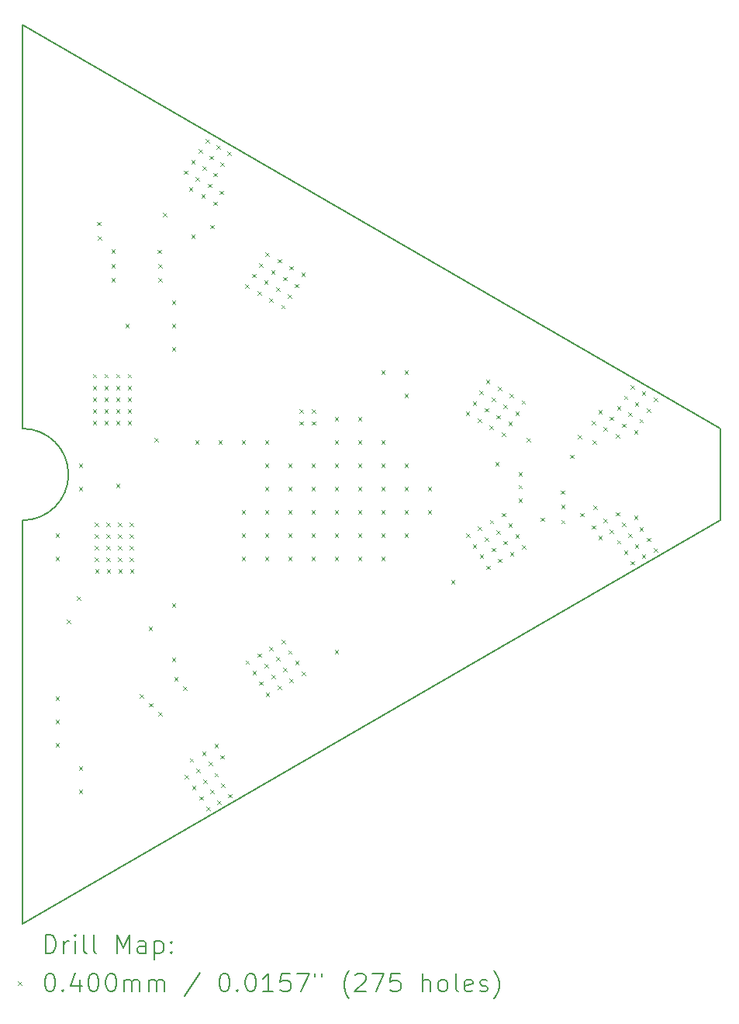
<source format=gbr>
%TF.GenerationSoftware,KiCad,Pcbnew,7.0.11+1*%
%TF.ProjectId,makerspace_sign,6d616b65-7273-4706-9163-655f7369676e,rev?*%
%TF.SameCoordinates,Original*%
%TF.FileFunction,Drillmap*%
%TF.FilePolarity,Positive*%
%FSLAX45Y45*%
G04 Gerber Fmt 4.5, Leading zero omitted, Abs format (unit mm)*
%MOMM*%
%LPD*%
G01*
G04 APERTURE LIST*
%ADD10C,0.200000*%
%ADD11C,0.100000*%
G04 APERTURE END LIST*
D10*
X6200000Y-4640000D02*
X6200000Y-9040000D01*
X6200000Y-10040000D02*
X6200000Y-14440000D01*
X6200000Y-10040000D02*
G75*
G03*
X6200000Y-9040000I0J500000D01*
G01*
X13821024Y-9040000D02*
X6200000Y-4640000D01*
X6200000Y-14440000D02*
X13821024Y-10040000D01*
X13821024Y-10040000D02*
X13821024Y-9040000D01*
D11*
X6559675Y-10184422D02*
X6599675Y-10224422D01*
X6599675Y-10184422D02*
X6559675Y-10224422D01*
X6559675Y-10438422D02*
X6599675Y-10478422D01*
X6599675Y-10438422D02*
X6559675Y-10478422D01*
X6559675Y-11962422D02*
X6599675Y-12002422D01*
X6599675Y-11962422D02*
X6559675Y-12002422D01*
X6559675Y-12216422D02*
X6599675Y-12256422D01*
X6599675Y-12216422D02*
X6559675Y-12256422D01*
X6559675Y-12470422D02*
X6599675Y-12510422D01*
X6599675Y-12470422D02*
X6559675Y-12510422D01*
X6685000Y-11125000D02*
X6725000Y-11165000D01*
X6725000Y-11125000D02*
X6685000Y-11165000D01*
X6795000Y-10870000D02*
X6835000Y-10910000D01*
X6835000Y-10870000D02*
X6795000Y-10910000D01*
X6813675Y-9422422D02*
X6853675Y-9462422D01*
X6853675Y-9422422D02*
X6813675Y-9462422D01*
X6813675Y-9676422D02*
X6853675Y-9716422D01*
X6853675Y-9676422D02*
X6813675Y-9716422D01*
X6813675Y-12724422D02*
X6853675Y-12764422D01*
X6853675Y-12724422D02*
X6813675Y-12764422D01*
X6813675Y-12978422D02*
X6853675Y-13018422D01*
X6853675Y-12978422D02*
X6813675Y-13018422D01*
X6966000Y-8444000D02*
X7006000Y-8484000D01*
X7006000Y-8444000D02*
X6966000Y-8484000D01*
X6966000Y-8573000D02*
X7006000Y-8613000D01*
X7006000Y-8573000D02*
X6966000Y-8613000D01*
X6966000Y-8700000D02*
X7006000Y-8740000D01*
X7006000Y-8700000D02*
X6966000Y-8740000D01*
X6966000Y-8827000D02*
X7006000Y-8867000D01*
X7006000Y-8827000D02*
X6966000Y-8867000D01*
X6966000Y-8954000D02*
X7006000Y-8994000D01*
X7006000Y-8954000D02*
X6966000Y-8994000D01*
X6989000Y-10063000D02*
X7029000Y-10103000D01*
X7029000Y-10063000D02*
X6989000Y-10103000D01*
X6989000Y-10190000D02*
X7029000Y-10230000D01*
X7029000Y-10190000D02*
X6989000Y-10230000D01*
X6989000Y-10317000D02*
X7029000Y-10357000D01*
X7029000Y-10317000D02*
X6989000Y-10357000D01*
X6989000Y-10444000D02*
X7029000Y-10484000D01*
X7029000Y-10444000D02*
X6989000Y-10484000D01*
X6990000Y-10574000D02*
X7030000Y-10614000D01*
X7030000Y-10574000D02*
X6990000Y-10614000D01*
X7015000Y-6785000D02*
X7055000Y-6825000D01*
X7055000Y-6785000D02*
X7015000Y-6825000D01*
X7020000Y-6940000D02*
X7060000Y-6980000D01*
X7060000Y-6940000D02*
X7020000Y-6980000D01*
X7093000Y-8444000D02*
X7133000Y-8484000D01*
X7133000Y-8444000D02*
X7093000Y-8484000D01*
X7093000Y-8573000D02*
X7133000Y-8613000D01*
X7133000Y-8573000D02*
X7093000Y-8613000D01*
X7093000Y-8700000D02*
X7133000Y-8740000D01*
X7133000Y-8700000D02*
X7093000Y-8740000D01*
X7093000Y-8827000D02*
X7133000Y-8867000D01*
X7133000Y-8827000D02*
X7093000Y-8867000D01*
X7093000Y-8954000D02*
X7133000Y-8994000D01*
X7133000Y-8954000D02*
X7093000Y-8994000D01*
X7116000Y-10063000D02*
X7156000Y-10103000D01*
X7156000Y-10063000D02*
X7116000Y-10103000D01*
X7116000Y-10190000D02*
X7156000Y-10230000D01*
X7156000Y-10190000D02*
X7116000Y-10230000D01*
X7116000Y-10317000D02*
X7156000Y-10357000D01*
X7156000Y-10317000D02*
X7116000Y-10357000D01*
X7116000Y-10444000D02*
X7156000Y-10484000D01*
X7156000Y-10444000D02*
X7116000Y-10484000D01*
X7117000Y-10574000D02*
X7157000Y-10614000D01*
X7157000Y-10574000D02*
X7117000Y-10614000D01*
X7167771Y-7087278D02*
X7207771Y-7127278D01*
X7207771Y-7087278D02*
X7167771Y-7127278D01*
X7167771Y-7243639D02*
X7207771Y-7283639D01*
X7207771Y-7243639D02*
X7167771Y-7283639D01*
X7167771Y-7400000D02*
X7207771Y-7440000D01*
X7207771Y-7400000D02*
X7167771Y-7440000D01*
X7220000Y-8444000D02*
X7260000Y-8484000D01*
X7260000Y-8444000D02*
X7220000Y-8484000D01*
X7220000Y-8573000D02*
X7260000Y-8613000D01*
X7260000Y-8573000D02*
X7220000Y-8613000D01*
X7220000Y-8700000D02*
X7260000Y-8740000D01*
X7260000Y-8700000D02*
X7220000Y-8740000D01*
X7220000Y-8827000D02*
X7260000Y-8867000D01*
X7260000Y-8827000D02*
X7220000Y-8867000D01*
X7220000Y-8954000D02*
X7260000Y-8994000D01*
X7260000Y-8954000D02*
X7220000Y-8994000D01*
X7220000Y-9640000D02*
X7260000Y-9680000D01*
X7260000Y-9640000D02*
X7220000Y-9680000D01*
X7243000Y-10063000D02*
X7283000Y-10103000D01*
X7283000Y-10063000D02*
X7243000Y-10103000D01*
X7243000Y-10190000D02*
X7283000Y-10230000D01*
X7283000Y-10190000D02*
X7243000Y-10230000D01*
X7243000Y-10317000D02*
X7283000Y-10357000D01*
X7283000Y-10317000D02*
X7243000Y-10357000D01*
X7243000Y-10444000D02*
X7283000Y-10484000D01*
X7283000Y-10444000D02*
X7243000Y-10484000D01*
X7244000Y-10574000D02*
X7284000Y-10614000D01*
X7284000Y-10574000D02*
X7244000Y-10614000D01*
X7321675Y-7898422D02*
X7361675Y-7938422D01*
X7361675Y-7898422D02*
X7321675Y-7938422D01*
X7347000Y-8444000D02*
X7387000Y-8484000D01*
X7387000Y-8444000D02*
X7347000Y-8484000D01*
X7347000Y-8573000D02*
X7387000Y-8613000D01*
X7387000Y-8573000D02*
X7347000Y-8613000D01*
X7347000Y-8700000D02*
X7387000Y-8740000D01*
X7387000Y-8700000D02*
X7347000Y-8740000D01*
X7347000Y-8827000D02*
X7387000Y-8867000D01*
X7387000Y-8827000D02*
X7347000Y-8867000D01*
X7347000Y-8954000D02*
X7387000Y-8994000D01*
X7387000Y-8954000D02*
X7347000Y-8994000D01*
X7370000Y-10063000D02*
X7410000Y-10103000D01*
X7410000Y-10063000D02*
X7370000Y-10103000D01*
X7370000Y-10190000D02*
X7410000Y-10230000D01*
X7410000Y-10190000D02*
X7370000Y-10230000D01*
X7370000Y-10317000D02*
X7410000Y-10357000D01*
X7410000Y-10317000D02*
X7370000Y-10357000D01*
X7370000Y-10444000D02*
X7410000Y-10484000D01*
X7410000Y-10444000D02*
X7370000Y-10484000D01*
X7371000Y-10574000D02*
X7411000Y-10614000D01*
X7411000Y-10574000D02*
X7371000Y-10614000D01*
X7475785Y-11937772D02*
X7515785Y-11977772D01*
X7515785Y-11937772D02*
X7475785Y-11977772D01*
X7575675Y-11200422D02*
X7615675Y-11240422D01*
X7615675Y-11200422D02*
X7575675Y-11240422D01*
X7577660Y-12033729D02*
X7617660Y-12073729D01*
X7617660Y-12033729D02*
X7577660Y-12073729D01*
X7640000Y-9140000D02*
X7680000Y-9180000D01*
X7680000Y-9140000D02*
X7640000Y-9180000D01*
X7675000Y-7090000D02*
X7715000Y-7130000D01*
X7715000Y-7090000D02*
X7675000Y-7130000D01*
X7680000Y-7245000D02*
X7720000Y-7285000D01*
X7720000Y-7245000D02*
X7680000Y-7285000D01*
X7680000Y-7400000D02*
X7720000Y-7440000D01*
X7720000Y-7400000D02*
X7680000Y-7440000D01*
X7680331Y-12128832D02*
X7720331Y-12168832D01*
X7720331Y-12128832D02*
X7680331Y-12168832D01*
X7730000Y-6690000D02*
X7770000Y-6730000D01*
X7770000Y-6690000D02*
X7730000Y-6730000D01*
X7829675Y-7644422D02*
X7869675Y-7684422D01*
X7869675Y-7644422D02*
X7829675Y-7684422D01*
X7829675Y-7898422D02*
X7869675Y-7938422D01*
X7869675Y-7898422D02*
X7829675Y-7938422D01*
X7829675Y-8152422D02*
X7869675Y-8192422D01*
X7869675Y-8152422D02*
X7829675Y-8192422D01*
X7829675Y-10946422D02*
X7869675Y-10986422D01*
X7869675Y-10946422D02*
X7829675Y-10986422D01*
X7830000Y-11540000D02*
X7870000Y-11580000D01*
X7870000Y-11540000D02*
X7830000Y-11580000D01*
X7855000Y-11750000D02*
X7895000Y-11790000D01*
X7895000Y-11750000D02*
X7855000Y-11790000D01*
X7955000Y-11850000D02*
X7995000Y-11890000D01*
X7995000Y-11850000D02*
X7955000Y-11890000D01*
X7960000Y-6225000D02*
X8000000Y-6265000D01*
X8000000Y-6225000D02*
X7960000Y-6265000D01*
X7970000Y-12820000D02*
X8010000Y-12860000D01*
X8010000Y-12820000D02*
X7970000Y-12860000D01*
X8015000Y-6410000D02*
X8055000Y-6450000D01*
X8055000Y-6410000D02*
X8015000Y-6450000D01*
X8025000Y-12635000D02*
X8065000Y-12675000D01*
X8065000Y-12635000D02*
X8025000Y-12675000D01*
X8040000Y-6110000D02*
X8080000Y-6150000D01*
X8080000Y-6110000D02*
X8040000Y-6150000D01*
X8040000Y-6925000D02*
X8080000Y-6965000D01*
X8080000Y-6925000D02*
X8040000Y-6965000D01*
X8050000Y-12935000D02*
X8090000Y-12975000D01*
X8090000Y-12935000D02*
X8050000Y-12975000D01*
X8083675Y-9168422D02*
X8123675Y-9208422D01*
X8123675Y-9168422D02*
X8083675Y-9208422D01*
X8085000Y-6295000D02*
X8125000Y-6335000D01*
X8125000Y-6295000D02*
X8085000Y-6335000D01*
X8095000Y-12750000D02*
X8135000Y-12790000D01*
X8135000Y-12750000D02*
X8095000Y-12790000D01*
X8120000Y-5995000D02*
X8160000Y-6035000D01*
X8160000Y-5995000D02*
X8120000Y-6035000D01*
X8130000Y-13050000D02*
X8170000Y-13090000D01*
X8170000Y-13050000D02*
X8130000Y-13090000D01*
X8150000Y-6485000D02*
X8190000Y-6525000D01*
X8190000Y-6485000D02*
X8150000Y-6525000D01*
X8160000Y-12560000D02*
X8200000Y-12600000D01*
X8200000Y-12560000D02*
X8160000Y-12600000D01*
X8165000Y-6180000D02*
X8205000Y-6220000D01*
X8205000Y-6180000D02*
X8165000Y-6220000D01*
X8175000Y-12865000D02*
X8215000Y-12905000D01*
X8215000Y-12865000D02*
X8175000Y-12905000D01*
X8195000Y-5880000D02*
X8235000Y-5920000D01*
X8235000Y-5880000D02*
X8195000Y-5920000D01*
X8205000Y-13165000D02*
X8245000Y-13205000D01*
X8245000Y-13165000D02*
X8205000Y-13205000D01*
X8220000Y-6370000D02*
X8260000Y-6410000D01*
X8260000Y-6370000D02*
X8220000Y-6410000D01*
X8230000Y-12675000D02*
X8270000Y-12715000D01*
X8270000Y-12675000D02*
X8230000Y-12715000D01*
X8240000Y-6065000D02*
X8280000Y-6105000D01*
X8280000Y-6065000D02*
X8240000Y-6105000D01*
X8247746Y-6817254D02*
X8287746Y-6857254D01*
X8287746Y-6817254D02*
X8247746Y-6857254D01*
X8250000Y-12980000D02*
X8290000Y-13020000D01*
X8290000Y-12980000D02*
X8250000Y-13020000D01*
X8285000Y-6250000D02*
X8325000Y-6290000D01*
X8325000Y-6250000D02*
X8285000Y-6290000D01*
X8285000Y-6565000D02*
X8325000Y-6605000D01*
X8325000Y-6565000D02*
X8285000Y-6605000D01*
X8295000Y-12480000D02*
X8335000Y-12520000D01*
X8335000Y-12480000D02*
X8295000Y-12520000D01*
X8295000Y-12795000D02*
X8335000Y-12835000D01*
X8335000Y-12795000D02*
X8295000Y-12835000D01*
X8315000Y-5950000D02*
X8355000Y-5990000D01*
X8355000Y-5950000D02*
X8315000Y-5990000D01*
X8325000Y-13095000D02*
X8365000Y-13135000D01*
X8365000Y-13095000D02*
X8325000Y-13135000D01*
X8337675Y-9168422D02*
X8377675Y-9208422D01*
X8377675Y-9168422D02*
X8337675Y-9208422D01*
X8350000Y-6445000D02*
X8390000Y-6485000D01*
X8390000Y-6445000D02*
X8350000Y-6485000D01*
X8360000Y-6135000D02*
X8400000Y-6175000D01*
X8400000Y-6135000D02*
X8360000Y-6175000D01*
X8360000Y-12600000D02*
X8400000Y-12640000D01*
X8400000Y-12600000D02*
X8360000Y-12640000D01*
X8370000Y-12910000D02*
X8410000Y-12950000D01*
X8410000Y-12910000D02*
X8370000Y-12950000D01*
X8435000Y-6020000D02*
X8475000Y-6060000D01*
X8475000Y-6020000D02*
X8435000Y-6060000D01*
X8445000Y-13025000D02*
X8485000Y-13065000D01*
X8485000Y-13025000D02*
X8445000Y-13065000D01*
X8591675Y-9168422D02*
X8631675Y-9208422D01*
X8631675Y-9168422D02*
X8591675Y-9208422D01*
X8591675Y-9930422D02*
X8631675Y-9970422D01*
X8631675Y-9930422D02*
X8591675Y-9970422D01*
X8591675Y-10184422D02*
X8631675Y-10224422D01*
X8631675Y-10184422D02*
X8591675Y-10224422D01*
X8591675Y-10438422D02*
X8631675Y-10478422D01*
X8631675Y-10438422D02*
X8591675Y-10478422D01*
X8632387Y-7466529D02*
X8672387Y-7506529D01*
X8672387Y-7466529D02*
X8632387Y-7506529D01*
X8634666Y-11567214D02*
X8674666Y-11607214D01*
X8674666Y-11567214D02*
X8634666Y-11607214D01*
X8707387Y-7351529D02*
X8747387Y-7391529D01*
X8747387Y-7351529D02*
X8707387Y-7391529D01*
X8709666Y-11682214D02*
X8749666Y-11722214D01*
X8749666Y-11682214D02*
X8709666Y-11722214D01*
X8762387Y-7541529D02*
X8802387Y-7581529D01*
X8802387Y-7541529D02*
X8762387Y-7581529D01*
X8764666Y-11492214D02*
X8804666Y-11532214D01*
X8804666Y-11492214D02*
X8764666Y-11532214D01*
X8782387Y-7236529D02*
X8822387Y-7276529D01*
X8822387Y-7236529D02*
X8782387Y-7276529D01*
X8784666Y-11797214D02*
X8824666Y-11837214D01*
X8824666Y-11797214D02*
X8784666Y-11837214D01*
X8837387Y-7426529D02*
X8877387Y-7466529D01*
X8877387Y-7426529D02*
X8837387Y-7466529D01*
X8839666Y-11607214D02*
X8879666Y-11647214D01*
X8879666Y-11607214D02*
X8839666Y-11647214D01*
X8845675Y-9168422D02*
X8885675Y-9208422D01*
X8885675Y-9168422D02*
X8845675Y-9208422D01*
X8845675Y-9422422D02*
X8885675Y-9462422D01*
X8885675Y-9422422D02*
X8845675Y-9462422D01*
X8845675Y-9676422D02*
X8885675Y-9716422D01*
X8885675Y-9676422D02*
X8845675Y-9716422D01*
X8845675Y-9930422D02*
X8885675Y-9970422D01*
X8885675Y-9930422D02*
X8845675Y-9970422D01*
X8845675Y-10184422D02*
X8885675Y-10224422D01*
X8885675Y-10184422D02*
X8845675Y-10224422D01*
X8845675Y-10438422D02*
X8885675Y-10478422D01*
X8885675Y-10438422D02*
X8845675Y-10478422D01*
X8852387Y-7116529D02*
X8892387Y-7156529D01*
X8892387Y-7116529D02*
X8852387Y-7156529D01*
X8854666Y-11917214D02*
X8894666Y-11957214D01*
X8894666Y-11917214D02*
X8854666Y-11957214D01*
X8892387Y-7616529D02*
X8932387Y-7656529D01*
X8932387Y-7616529D02*
X8892387Y-7656529D01*
X8894666Y-11417214D02*
X8934666Y-11457214D01*
X8934666Y-11417214D02*
X8894666Y-11457214D01*
X8912387Y-7311529D02*
X8952387Y-7351529D01*
X8952387Y-7311529D02*
X8912387Y-7351529D01*
X8914666Y-11722214D02*
X8954666Y-11762214D01*
X8954666Y-11722214D02*
X8914666Y-11762214D01*
X8967387Y-7501529D02*
X9007387Y-7541529D01*
X9007387Y-7501529D02*
X8967387Y-7541529D01*
X8969666Y-11532214D02*
X9009666Y-11572214D01*
X9009666Y-11532214D02*
X8969666Y-11572214D01*
X8982387Y-7191529D02*
X9022387Y-7231529D01*
X9022387Y-7191529D02*
X8982387Y-7231529D01*
X8984666Y-11842214D02*
X9024666Y-11882214D01*
X9024666Y-11842214D02*
X8984666Y-11882214D01*
X9022387Y-7691529D02*
X9062387Y-7731529D01*
X9062387Y-7691529D02*
X9022387Y-7731529D01*
X9024666Y-11342214D02*
X9064666Y-11382214D01*
X9064666Y-11342214D02*
X9024666Y-11382214D01*
X9042387Y-7386529D02*
X9082387Y-7426529D01*
X9082387Y-7386529D02*
X9042387Y-7426529D01*
X9044666Y-11647214D02*
X9084666Y-11687214D01*
X9084666Y-11647214D02*
X9044666Y-11687214D01*
X9097387Y-7576529D02*
X9137387Y-7616529D01*
X9137387Y-7576529D02*
X9097387Y-7616529D01*
X9099666Y-11457214D02*
X9139666Y-11497214D01*
X9139666Y-11457214D02*
X9099666Y-11497214D01*
X9099675Y-9422422D02*
X9139675Y-9462422D01*
X9139675Y-9422422D02*
X9099675Y-9462422D01*
X9099675Y-9676422D02*
X9139675Y-9716422D01*
X9139675Y-9676422D02*
X9099675Y-9716422D01*
X9099675Y-9930422D02*
X9139675Y-9970422D01*
X9139675Y-9930422D02*
X9099675Y-9970422D01*
X9099675Y-10184422D02*
X9139675Y-10224422D01*
X9139675Y-10184422D02*
X9099675Y-10224422D01*
X9099675Y-10438422D02*
X9139675Y-10478422D01*
X9139675Y-10438422D02*
X9099675Y-10478422D01*
X9112387Y-7266529D02*
X9152387Y-7306529D01*
X9152387Y-7266529D02*
X9112387Y-7306529D01*
X9114666Y-11767214D02*
X9154666Y-11807214D01*
X9154666Y-11767214D02*
X9114666Y-11807214D01*
X9172387Y-7461529D02*
X9212387Y-7501529D01*
X9212387Y-7461529D02*
X9172387Y-7501529D01*
X9174666Y-11572214D02*
X9214666Y-11612214D01*
X9214666Y-11572214D02*
X9174666Y-11612214D01*
X9225000Y-8830000D02*
X9265000Y-8870000D01*
X9265000Y-8830000D02*
X9225000Y-8870000D01*
X9225000Y-8960000D02*
X9265000Y-9000000D01*
X9265000Y-8960000D02*
X9225000Y-9000000D01*
X9242387Y-7341529D02*
X9282387Y-7381529D01*
X9282387Y-7341529D02*
X9242387Y-7381529D01*
X9244666Y-11692214D02*
X9284666Y-11732214D01*
X9284666Y-11692214D02*
X9244666Y-11732214D01*
X9353675Y-9422422D02*
X9393675Y-9462422D01*
X9393675Y-9422422D02*
X9353675Y-9462422D01*
X9353675Y-9676422D02*
X9393675Y-9716422D01*
X9393675Y-9676422D02*
X9353675Y-9716422D01*
X9353675Y-9930422D02*
X9393675Y-9970422D01*
X9393675Y-9930422D02*
X9353675Y-9970422D01*
X9353675Y-10184422D02*
X9393675Y-10224422D01*
X9393675Y-10184422D02*
X9353675Y-10224422D01*
X9353675Y-10438422D02*
X9393675Y-10478422D01*
X9393675Y-10438422D02*
X9353675Y-10478422D01*
X9355000Y-8830000D02*
X9395000Y-8870000D01*
X9395000Y-8830000D02*
X9355000Y-8870000D01*
X9355000Y-8960000D02*
X9395000Y-9000000D01*
X9395000Y-8960000D02*
X9355000Y-9000000D01*
X9607675Y-8914422D02*
X9647675Y-8954422D01*
X9647675Y-8914422D02*
X9607675Y-8954422D01*
X9607675Y-9168422D02*
X9647675Y-9208422D01*
X9647675Y-9168422D02*
X9607675Y-9208422D01*
X9607675Y-9422422D02*
X9647675Y-9462422D01*
X9647675Y-9422422D02*
X9607675Y-9462422D01*
X9607675Y-9676422D02*
X9647675Y-9716422D01*
X9647675Y-9676422D02*
X9607675Y-9716422D01*
X9607675Y-9930422D02*
X9647675Y-9970422D01*
X9647675Y-9930422D02*
X9607675Y-9970422D01*
X9607675Y-10184422D02*
X9647675Y-10224422D01*
X9647675Y-10184422D02*
X9607675Y-10224422D01*
X9607675Y-10438422D02*
X9647675Y-10478422D01*
X9647675Y-10438422D02*
X9607675Y-10478422D01*
X9607675Y-11454422D02*
X9647675Y-11494422D01*
X9647675Y-11454422D02*
X9607675Y-11494422D01*
X9861675Y-8914422D02*
X9901675Y-8954422D01*
X9901675Y-8914422D02*
X9861675Y-8954422D01*
X9861675Y-9168422D02*
X9901675Y-9208422D01*
X9901675Y-9168422D02*
X9861675Y-9208422D01*
X9861675Y-9422422D02*
X9901675Y-9462422D01*
X9901675Y-9422422D02*
X9861675Y-9462422D01*
X9861675Y-9676422D02*
X9901675Y-9716422D01*
X9901675Y-9676422D02*
X9861675Y-9716422D01*
X9861675Y-9930422D02*
X9901675Y-9970422D01*
X9901675Y-9930422D02*
X9861675Y-9970422D01*
X9861675Y-10184422D02*
X9901675Y-10224422D01*
X9901675Y-10184422D02*
X9861675Y-10224422D01*
X9861675Y-10438422D02*
X9901675Y-10478422D01*
X9901675Y-10438422D02*
X9861675Y-10478422D01*
X10115675Y-8406422D02*
X10155675Y-8446422D01*
X10155675Y-8406422D02*
X10115675Y-8446422D01*
X10115675Y-9168422D02*
X10155675Y-9208422D01*
X10155675Y-9168422D02*
X10115675Y-9208422D01*
X10115675Y-9422422D02*
X10155675Y-9462422D01*
X10155675Y-9422422D02*
X10115675Y-9462422D01*
X10115675Y-9676422D02*
X10155675Y-9716422D01*
X10155675Y-9676422D02*
X10115675Y-9716422D01*
X10115675Y-9930422D02*
X10155675Y-9970422D01*
X10155675Y-9930422D02*
X10115675Y-9970422D01*
X10115675Y-10184422D02*
X10155675Y-10224422D01*
X10155675Y-10184422D02*
X10115675Y-10224422D01*
X10115675Y-10438422D02*
X10155675Y-10478422D01*
X10155675Y-10438422D02*
X10115675Y-10478422D01*
X10369675Y-8406422D02*
X10409675Y-8446422D01*
X10409675Y-8406422D02*
X10369675Y-8446422D01*
X10369675Y-8660422D02*
X10409675Y-8700422D01*
X10409675Y-8660422D02*
X10369675Y-8700422D01*
X10369675Y-9422422D02*
X10409675Y-9462422D01*
X10409675Y-9422422D02*
X10369675Y-9462422D01*
X10369675Y-9676422D02*
X10409675Y-9716422D01*
X10409675Y-9676422D02*
X10369675Y-9716422D01*
X10369675Y-9930422D02*
X10409675Y-9970422D01*
X10409675Y-9930422D02*
X10369675Y-9970422D01*
X10369675Y-10184422D02*
X10409675Y-10224422D01*
X10409675Y-10184422D02*
X10369675Y-10224422D01*
X10623675Y-9676422D02*
X10663675Y-9716422D01*
X10663675Y-9676422D02*
X10623675Y-9716422D01*
X10623675Y-9930422D02*
X10663675Y-9970422D01*
X10663675Y-9930422D02*
X10623675Y-9970422D01*
X10877675Y-10692422D02*
X10917675Y-10732422D01*
X10917675Y-10692422D02*
X10877675Y-10732422D01*
X11038926Y-8857530D02*
X11078926Y-8897530D01*
X11078926Y-8857530D02*
X11038926Y-8897530D01*
X11040000Y-10185000D02*
X11080000Y-10225000D01*
X11080000Y-10185000D02*
X11040000Y-10225000D01*
X11113926Y-8742530D02*
X11153926Y-8782530D01*
X11153926Y-8742530D02*
X11113926Y-8782530D01*
X11115000Y-10300000D02*
X11155000Y-10340000D01*
X11155000Y-10300000D02*
X11115000Y-10340000D01*
X11168926Y-8932530D02*
X11208926Y-8972530D01*
X11208926Y-8932530D02*
X11168926Y-8972530D01*
X11170000Y-10110000D02*
X11210000Y-10150000D01*
X11210000Y-10110000D02*
X11170000Y-10150000D01*
X11188926Y-8627530D02*
X11228926Y-8667530D01*
X11228926Y-8627530D02*
X11188926Y-8667530D01*
X11190000Y-10415000D02*
X11230000Y-10455000D01*
X11230000Y-10415000D02*
X11190000Y-10455000D01*
X11243926Y-8817530D02*
X11283926Y-8857530D01*
X11283926Y-8817530D02*
X11243926Y-8857530D01*
X11245000Y-10225000D02*
X11285000Y-10265000D01*
X11285000Y-10225000D02*
X11245000Y-10265000D01*
X11258926Y-8507530D02*
X11298926Y-8547530D01*
X11298926Y-8507530D02*
X11258926Y-8547530D01*
X11260000Y-10535000D02*
X11300000Y-10575000D01*
X11300000Y-10535000D02*
X11260000Y-10575000D01*
X11298926Y-9007530D02*
X11338926Y-9047530D01*
X11338926Y-9007530D02*
X11298926Y-9047530D01*
X11300000Y-10035000D02*
X11340000Y-10075000D01*
X11340000Y-10035000D02*
X11300000Y-10075000D01*
X11318926Y-8702530D02*
X11358926Y-8742530D01*
X11358926Y-8702530D02*
X11318926Y-8742530D01*
X11320000Y-10340000D02*
X11360000Y-10380000D01*
X11360000Y-10340000D02*
X11320000Y-10380000D01*
X11360000Y-9404950D02*
X11400000Y-9444950D01*
X11400000Y-9404950D02*
X11360000Y-9444950D01*
X11373926Y-8892530D02*
X11413926Y-8932530D01*
X11413926Y-8892530D02*
X11373926Y-8932530D01*
X11375000Y-10150000D02*
X11415000Y-10190000D01*
X11415000Y-10150000D02*
X11375000Y-10190000D01*
X11388926Y-8582530D02*
X11428926Y-8622530D01*
X11428926Y-8582530D02*
X11388926Y-8622530D01*
X11390000Y-10460000D02*
X11430000Y-10500000D01*
X11430000Y-10460000D02*
X11390000Y-10500000D01*
X11428926Y-9082530D02*
X11468926Y-9122530D01*
X11468926Y-9082530D02*
X11428926Y-9122530D01*
X11430000Y-9960000D02*
X11470000Y-10000000D01*
X11470000Y-9960000D02*
X11430000Y-10000000D01*
X11448926Y-8777530D02*
X11488926Y-8817530D01*
X11488926Y-8777530D02*
X11448926Y-8817530D01*
X11450000Y-10265000D02*
X11490000Y-10305000D01*
X11490000Y-10265000D02*
X11450000Y-10305000D01*
X11503926Y-8967530D02*
X11543926Y-9007530D01*
X11543926Y-8967530D02*
X11503926Y-9007530D01*
X11505000Y-10075000D02*
X11545000Y-10115000D01*
X11545000Y-10075000D02*
X11505000Y-10115000D01*
X11518926Y-8657530D02*
X11558926Y-8697530D01*
X11558926Y-8657530D02*
X11518926Y-8697530D01*
X11520000Y-10385000D02*
X11560000Y-10425000D01*
X11560000Y-10385000D02*
X11520000Y-10425000D01*
X11578926Y-8852530D02*
X11618926Y-8892530D01*
X11618926Y-8852530D02*
X11578926Y-8892530D01*
X11580000Y-10190000D02*
X11620000Y-10230000D01*
X11620000Y-10190000D02*
X11580000Y-10230000D01*
X11614950Y-9515000D02*
X11654950Y-9555000D01*
X11654950Y-9515000D02*
X11614950Y-9555000D01*
X11614950Y-9654761D02*
X11654950Y-9694761D01*
X11654950Y-9654761D02*
X11614950Y-9694761D01*
X11614950Y-9805000D02*
X11654950Y-9845000D01*
X11654950Y-9805000D02*
X11614950Y-9845000D01*
X11648926Y-8732530D02*
X11688926Y-8772530D01*
X11688926Y-8732530D02*
X11648926Y-8772530D01*
X11650000Y-10310000D02*
X11690000Y-10350000D01*
X11690000Y-10310000D02*
X11650000Y-10350000D01*
X11700000Y-9140050D02*
X11740000Y-9180050D01*
X11740000Y-9140050D02*
X11700000Y-9180050D01*
X11855000Y-10010000D02*
X11895000Y-10050000D01*
X11895000Y-10010000D02*
X11855000Y-10050000D01*
X12074950Y-9715000D02*
X12114950Y-9755000D01*
X12114950Y-9715000D02*
X12074950Y-9755000D01*
X12080000Y-9870000D02*
X12120000Y-9910000D01*
X12120000Y-9870000D02*
X12080000Y-9910000D01*
X12080000Y-10035000D02*
X12120000Y-10075000D01*
X12120000Y-10035000D02*
X12080000Y-10075000D01*
X12177500Y-9325000D02*
X12217500Y-9365000D01*
X12217500Y-9325000D02*
X12177500Y-9365000D01*
X12260000Y-9110000D02*
X12300000Y-9150000D01*
X12300000Y-9110000D02*
X12260000Y-9150000D01*
X12290000Y-9960000D02*
X12330000Y-10000000D01*
X12330000Y-9960000D02*
X12290000Y-10000000D01*
X12415000Y-8955000D02*
X12455000Y-8995000D01*
X12455000Y-8955000D02*
X12415000Y-8995000D01*
X12415000Y-10095000D02*
X12455000Y-10135000D01*
X12455000Y-10095000D02*
X12415000Y-10135000D01*
X12420000Y-9170000D02*
X12460000Y-9210000D01*
X12460000Y-9170000D02*
X12420000Y-9210000D01*
X12430000Y-9880000D02*
X12470000Y-9920000D01*
X12470000Y-9880000D02*
X12430000Y-9920000D01*
X12485000Y-8840000D02*
X12525000Y-8880000D01*
X12525000Y-8840000D02*
X12485000Y-8880000D01*
X12485000Y-10210000D02*
X12525000Y-10250000D01*
X12525000Y-10210000D02*
X12485000Y-10250000D01*
X12540000Y-9025000D02*
X12580000Y-9065000D01*
X12580000Y-9025000D02*
X12540000Y-9065000D01*
X12540000Y-10025000D02*
X12580000Y-10065000D01*
X12580000Y-10025000D02*
X12540000Y-10065000D01*
X12610000Y-8910000D02*
X12650000Y-8950000D01*
X12650000Y-8910000D02*
X12610000Y-8950000D01*
X12610000Y-10140000D02*
X12650000Y-10180000D01*
X12650000Y-10140000D02*
X12610000Y-10180000D01*
X12675000Y-9100000D02*
X12715000Y-9140000D01*
X12715000Y-9100000D02*
X12675000Y-9140000D01*
X12675000Y-9950000D02*
X12715000Y-9990000D01*
X12715000Y-9950000D02*
X12675000Y-9990000D01*
X12690000Y-8795000D02*
X12730000Y-8835000D01*
X12730000Y-8795000D02*
X12690000Y-8835000D01*
X12690000Y-10255000D02*
X12730000Y-10295000D01*
X12730000Y-10255000D02*
X12690000Y-10295000D01*
X12745000Y-8985000D02*
X12785000Y-9025000D01*
X12785000Y-8985000D02*
X12745000Y-9025000D01*
X12745000Y-10065000D02*
X12785000Y-10105000D01*
X12785000Y-10065000D02*
X12745000Y-10105000D01*
X12765000Y-8680000D02*
X12805000Y-8720000D01*
X12805000Y-8680000D02*
X12765000Y-8720000D01*
X12765000Y-10370000D02*
X12805000Y-10410000D01*
X12805000Y-10370000D02*
X12765000Y-10410000D01*
X12810000Y-8865000D02*
X12850000Y-8905000D01*
X12850000Y-8865000D02*
X12810000Y-8905000D01*
X12810000Y-10185000D02*
X12850000Y-10225000D01*
X12850000Y-10185000D02*
X12810000Y-10225000D01*
X12840000Y-8565000D02*
X12880000Y-8605000D01*
X12880000Y-8565000D02*
X12840000Y-8605000D01*
X12840000Y-10485000D02*
X12880000Y-10525000D01*
X12880000Y-10485000D02*
X12840000Y-10525000D01*
X12875000Y-9060000D02*
X12915000Y-9100000D01*
X12915000Y-9060000D02*
X12875000Y-9100000D01*
X12875000Y-9990000D02*
X12915000Y-10030000D01*
X12915000Y-9990000D02*
X12875000Y-10030000D01*
X12885000Y-8750000D02*
X12925000Y-8790000D01*
X12925000Y-8750000D02*
X12885000Y-8790000D01*
X12885000Y-10300000D02*
X12925000Y-10340000D01*
X12925000Y-10300000D02*
X12885000Y-10340000D01*
X12935000Y-8935000D02*
X12975000Y-8975000D01*
X12975000Y-8935000D02*
X12935000Y-8975000D01*
X12935000Y-10115000D02*
X12975000Y-10155000D01*
X12975000Y-10115000D02*
X12935000Y-10155000D01*
X12960000Y-8635000D02*
X13000000Y-8675000D01*
X13000000Y-8635000D02*
X12960000Y-8675000D01*
X12960000Y-10415000D02*
X13000000Y-10455000D01*
X13000000Y-10415000D02*
X12960000Y-10455000D01*
X13015000Y-8820000D02*
X13055000Y-8860000D01*
X13055000Y-8820000D02*
X13015000Y-8860000D01*
X13015000Y-10230000D02*
X13055000Y-10270000D01*
X13055000Y-10230000D02*
X13015000Y-10270000D01*
X13090000Y-8705000D02*
X13130000Y-8745000D01*
X13130000Y-8705000D02*
X13090000Y-8745000D01*
X13090000Y-10345000D02*
X13130000Y-10385000D01*
X13130000Y-10345000D02*
X13090000Y-10385000D01*
D10*
X6450777Y-14761484D02*
X6450777Y-14561484D01*
X6450777Y-14561484D02*
X6498396Y-14561484D01*
X6498396Y-14561484D02*
X6526967Y-14571008D01*
X6526967Y-14571008D02*
X6546015Y-14590055D01*
X6546015Y-14590055D02*
X6555539Y-14609103D01*
X6555539Y-14609103D02*
X6565062Y-14647198D01*
X6565062Y-14647198D02*
X6565062Y-14675769D01*
X6565062Y-14675769D02*
X6555539Y-14713865D01*
X6555539Y-14713865D02*
X6546015Y-14732912D01*
X6546015Y-14732912D02*
X6526967Y-14751960D01*
X6526967Y-14751960D02*
X6498396Y-14761484D01*
X6498396Y-14761484D02*
X6450777Y-14761484D01*
X6650777Y-14761484D02*
X6650777Y-14628150D01*
X6650777Y-14666246D02*
X6660301Y-14647198D01*
X6660301Y-14647198D02*
X6669824Y-14637674D01*
X6669824Y-14637674D02*
X6688872Y-14628150D01*
X6688872Y-14628150D02*
X6707920Y-14628150D01*
X6774586Y-14761484D02*
X6774586Y-14628150D01*
X6774586Y-14561484D02*
X6765062Y-14571008D01*
X6765062Y-14571008D02*
X6774586Y-14580531D01*
X6774586Y-14580531D02*
X6784110Y-14571008D01*
X6784110Y-14571008D02*
X6774586Y-14561484D01*
X6774586Y-14561484D02*
X6774586Y-14580531D01*
X6898396Y-14761484D02*
X6879348Y-14751960D01*
X6879348Y-14751960D02*
X6869824Y-14732912D01*
X6869824Y-14732912D02*
X6869824Y-14561484D01*
X7003158Y-14761484D02*
X6984110Y-14751960D01*
X6984110Y-14751960D02*
X6974586Y-14732912D01*
X6974586Y-14732912D02*
X6974586Y-14561484D01*
X7231729Y-14761484D02*
X7231729Y-14561484D01*
X7231729Y-14561484D02*
X7298396Y-14704341D01*
X7298396Y-14704341D02*
X7365062Y-14561484D01*
X7365062Y-14561484D02*
X7365062Y-14761484D01*
X7546015Y-14761484D02*
X7546015Y-14656722D01*
X7546015Y-14656722D02*
X7536491Y-14637674D01*
X7536491Y-14637674D02*
X7517443Y-14628150D01*
X7517443Y-14628150D02*
X7479348Y-14628150D01*
X7479348Y-14628150D02*
X7460301Y-14637674D01*
X7546015Y-14751960D02*
X7526967Y-14761484D01*
X7526967Y-14761484D02*
X7479348Y-14761484D01*
X7479348Y-14761484D02*
X7460301Y-14751960D01*
X7460301Y-14751960D02*
X7450777Y-14732912D01*
X7450777Y-14732912D02*
X7450777Y-14713865D01*
X7450777Y-14713865D02*
X7460301Y-14694817D01*
X7460301Y-14694817D02*
X7479348Y-14685293D01*
X7479348Y-14685293D02*
X7526967Y-14685293D01*
X7526967Y-14685293D02*
X7546015Y-14675769D01*
X7641253Y-14628150D02*
X7641253Y-14828150D01*
X7641253Y-14637674D02*
X7660301Y-14628150D01*
X7660301Y-14628150D02*
X7698396Y-14628150D01*
X7698396Y-14628150D02*
X7717443Y-14637674D01*
X7717443Y-14637674D02*
X7726967Y-14647198D01*
X7726967Y-14647198D02*
X7736491Y-14666246D01*
X7736491Y-14666246D02*
X7736491Y-14723388D01*
X7736491Y-14723388D02*
X7726967Y-14742436D01*
X7726967Y-14742436D02*
X7717443Y-14751960D01*
X7717443Y-14751960D02*
X7698396Y-14761484D01*
X7698396Y-14761484D02*
X7660301Y-14761484D01*
X7660301Y-14761484D02*
X7641253Y-14751960D01*
X7822205Y-14742436D02*
X7831729Y-14751960D01*
X7831729Y-14751960D02*
X7822205Y-14761484D01*
X7822205Y-14761484D02*
X7812682Y-14751960D01*
X7812682Y-14751960D02*
X7822205Y-14742436D01*
X7822205Y-14742436D02*
X7822205Y-14761484D01*
X7822205Y-14637674D02*
X7831729Y-14647198D01*
X7831729Y-14647198D02*
X7822205Y-14656722D01*
X7822205Y-14656722D02*
X7812682Y-14647198D01*
X7812682Y-14647198D02*
X7822205Y-14637674D01*
X7822205Y-14637674D02*
X7822205Y-14656722D01*
D11*
X6150000Y-15070000D02*
X6190000Y-15110000D01*
X6190000Y-15070000D02*
X6150000Y-15110000D01*
D10*
X6488872Y-14981484D02*
X6507920Y-14981484D01*
X6507920Y-14981484D02*
X6526967Y-14991008D01*
X6526967Y-14991008D02*
X6536491Y-15000531D01*
X6536491Y-15000531D02*
X6546015Y-15019579D01*
X6546015Y-15019579D02*
X6555539Y-15057674D01*
X6555539Y-15057674D02*
X6555539Y-15105293D01*
X6555539Y-15105293D02*
X6546015Y-15143388D01*
X6546015Y-15143388D02*
X6536491Y-15162436D01*
X6536491Y-15162436D02*
X6526967Y-15171960D01*
X6526967Y-15171960D02*
X6507920Y-15181484D01*
X6507920Y-15181484D02*
X6488872Y-15181484D01*
X6488872Y-15181484D02*
X6469824Y-15171960D01*
X6469824Y-15171960D02*
X6460301Y-15162436D01*
X6460301Y-15162436D02*
X6450777Y-15143388D01*
X6450777Y-15143388D02*
X6441253Y-15105293D01*
X6441253Y-15105293D02*
X6441253Y-15057674D01*
X6441253Y-15057674D02*
X6450777Y-15019579D01*
X6450777Y-15019579D02*
X6460301Y-15000531D01*
X6460301Y-15000531D02*
X6469824Y-14991008D01*
X6469824Y-14991008D02*
X6488872Y-14981484D01*
X6641253Y-15162436D02*
X6650777Y-15171960D01*
X6650777Y-15171960D02*
X6641253Y-15181484D01*
X6641253Y-15181484D02*
X6631729Y-15171960D01*
X6631729Y-15171960D02*
X6641253Y-15162436D01*
X6641253Y-15162436D02*
X6641253Y-15181484D01*
X6822205Y-15048150D02*
X6822205Y-15181484D01*
X6774586Y-14971960D02*
X6726967Y-15114817D01*
X6726967Y-15114817D02*
X6850777Y-15114817D01*
X6965062Y-14981484D02*
X6984110Y-14981484D01*
X6984110Y-14981484D02*
X7003158Y-14991008D01*
X7003158Y-14991008D02*
X7012682Y-15000531D01*
X7012682Y-15000531D02*
X7022205Y-15019579D01*
X7022205Y-15019579D02*
X7031729Y-15057674D01*
X7031729Y-15057674D02*
X7031729Y-15105293D01*
X7031729Y-15105293D02*
X7022205Y-15143388D01*
X7022205Y-15143388D02*
X7012682Y-15162436D01*
X7012682Y-15162436D02*
X7003158Y-15171960D01*
X7003158Y-15171960D02*
X6984110Y-15181484D01*
X6984110Y-15181484D02*
X6965062Y-15181484D01*
X6965062Y-15181484D02*
X6946015Y-15171960D01*
X6946015Y-15171960D02*
X6936491Y-15162436D01*
X6936491Y-15162436D02*
X6926967Y-15143388D01*
X6926967Y-15143388D02*
X6917443Y-15105293D01*
X6917443Y-15105293D02*
X6917443Y-15057674D01*
X6917443Y-15057674D02*
X6926967Y-15019579D01*
X6926967Y-15019579D02*
X6936491Y-15000531D01*
X6936491Y-15000531D02*
X6946015Y-14991008D01*
X6946015Y-14991008D02*
X6965062Y-14981484D01*
X7155539Y-14981484D02*
X7174586Y-14981484D01*
X7174586Y-14981484D02*
X7193634Y-14991008D01*
X7193634Y-14991008D02*
X7203158Y-15000531D01*
X7203158Y-15000531D02*
X7212682Y-15019579D01*
X7212682Y-15019579D02*
X7222205Y-15057674D01*
X7222205Y-15057674D02*
X7222205Y-15105293D01*
X7222205Y-15105293D02*
X7212682Y-15143388D01*
X7212682Y-15143388D02*
X7203158Y-15162436D01*
X7203158Y-15162436D02*
X7193634Y-15171960D01*
X7193634Y-15171960D02*
X7174586Y-15181484D01*
X7174586Y-15181484D02*
X7155539Y-15181484D01*
X7155539Y-15181484D02*
X7136491Y-15171960D01*
X7136491Y-15171960D02*
X7126967Y-15162436D01*
X7126967Y-15162436D02*
X7117443Y-15143388D01*
X7117443Y-15143388D02*
X7107920Y-15105293D01*
X7107920Y-15105293D02*
X7107920Y-15057674D01*
X7107920Y-15057674D02*
X7117443Y-15019579D01*
X7117443Y-15019579D02*
X7126967Y-15000531D01*
X7126967Y-15000531D02*
X7136491Y-14991008D01*
X7136491Y-14991008D02*
X7155539Y-14981484D01*
X7307920Y-15181484D02*
X7307920Y-15048150D01*
X7307920Y-15067198D02*
X7317443Y-15057674D01*
X7317443Y-15057674D02*
X7336491Y-15048150D01*
X7336491Y-15048150D02*
X7365063Y-15048150D01*
X7365063Y-15048150D02*
X7384110Y-15057674D01*
X7384110Y-15057674D02*
X7393634Y-15076722D01*
X7393634Y-15076722D02*
X7393634Y-15181484D01*
X7393634Y-15076722D02*
X7403158Y-15057674D01*
X7403158Y-15057674D02*
X7422205Y-15048150D01*
X7422205Y-15048150D02*
X7450777Y-15048150D01*
X7450777Y-15048150D02*
X7469824Y-15057674D01*
X7469824Y-15057674D02*
X7479348Y-15076722D01*
X7479348Y-15076722D02*
X7479348Y-15181484D01*
X7574586Y-15181484D02*
X7574586Y-15048150D01*
X7574586Y-15067198D02*
X7584110Y-15057674D01*
X7584110Y-15057674D02*
X7603158Y-15048150D01*
X7603158Y-15048150D02*
X7631729Y-15048150D01*
X7631729Y-15048150D02*
X7650777Y-15057674D01*
X7650777Y-15057674D02*
X7660301Y-15076722D01*
X7660301Y-15076722D02*
X7660301Y-15181484D01*
X7660301Y-15076722D02*
X7669824Y-15057674D01*
X7669824Y-15057674D02*
X7688872Y-15048150D01*
X7688872Y-15048150D02*
X7717443Y-15048150D01*
X7717443Y-15048150D02*
X7736491Y-15057674D01*
X7736491Y-15057674D02*
X7746015Y-15076722D01*
X7746015Y-15076722D02*
X7746015Y-15181484D01*
X8136491Y-14971960D02*
X7965063Y-15229103D01*
X8393634Y-14981484D02*
X8412682Y-14981484D01*
X8412682Y-14981484D02*
X8431729Y-14991008D01*
X8431729Y-14991008D02*
X8441253Y-15000531D01*
X8441253Y-15000531D02*
X8450777Y-15019579D01*
X8450777Y-15019579D02*
X8460301Y-15057674D01*
X8460301Y-15057674D02*
X8460301Y-15105293D01*
X8460301Y-15105293D02*
X8450777Y-15143388D01*
X8450777Y-15143388D02*
X8441253Y-15162436D01*
X8441253Y-15162436D02*
X8431729Y-15171960D01*
X8431729Y-15171960D02*
X8412682Y-15181484D01*
X8412682Y-15181484D02*
X8393634Y-15181484D01*
X8393634Y-15181484D02*
X8374586Y-15171960D01*
X8374586Y-15171960D02*
X8365063Y-15162436D01*
X8365063Y-15162436D02*
X8355539Y-15143388D01*
X8355539Y-15143388D02*
X8346015Y-15105293D01*
X8346015Y-15105293D02*
X8346015Y-15057674D01*
X8346015Y-15057674D02*
X8355539Y-15019579D01*
X8355539Y-15019579D02*
X8365063Y-15000531D01*
X8365063Y-15000531D02*
X8374586Y-14991008D01*
X8374586Y-14991008D02*
X8393634Y-14981484D01*
X8546015Y-15162436D02*
X8555539Y-15171960D01*
X8555539Y-15171960D02*
X8546015Y-15181484D01*
X8546015Y-15181484D02*
X8536491Y-15171960D01*
X8536491Y-15171960D02*
X8546015Y-15162436D01*
X8546015Y-15162436D02*
X8546015Y-15181484D01*
X8679348Y-14981484D02*
X8698396Y-14981484D01*
X8698396Y-14981484D02*
X8717444Y-14991008D01*
X8717444Y-14991008D02*
X8726968Y-15000531D01*
X8726968Y-15000531D02*
X8736491Y-15019579D01*
X8736491Y-15019579D02*
X8746015Y-15057674D01*
X8746015Y-15057674D02*
X8746015Y-15105293D01*
X8746015Y-15105293D02*
X8736491Y-15143388D01*
X8736491Y-15143388D02*
X8726968Y-15162436D01*
X8726968Y-15162436D02*
X8717444Y-15171960D01*
X8717444Y-15171960D02*
X8698396Y-15181484D01*
X8698396Y-15181484D02*
X8679348Y-15181484D01*
X8679348Y-15181484D02*
X8660301Y-15171960D01*
X8660301Y-15171960D02*
X8650777Y-15162436D01*
X8650777Y-15162436D02*
X8641253Y-15143388D01*
X8641253Y-15143388D02*
X8631729Y-15105293D01*
X8631729Y-15105293D02*
X8631729Y-15057674D01*
X8631729Y-15057674D02*
X8641253Y-15019579D01*
X8641253Y-15019579D02*
X8650777Y-15000531D01*
X8650777Y-15000531D02*
X8660301Y-14991008D01*
X8660301Y-14991008D02*
X8679348Y-14981484D01*
X8936491Y-15181484D02*
X8822206Y-15181484D01*
X8879348Y-15181484D02*
X8879348Y-14981484D01*
X8879348Y-14981484D02*
X8860301Y-15010055D01*
X8860301Y-15010055D02*
X8841253Y-15029103D01*
X8841253Y-15029103D02*
X8822206Y-15038627D01*
X9117444Y-14981484D02*
X9022206Y-14981484D01*
X9022206Y-14981484D02*
X9012682Y-15076722D01*
X9012682Y-15076722D02*
X9022206Y-15067198D01*
X9022206Y-15067198D02*
X9041253Y-15057674D01*
X9041253Y-15057674D02*
X9088872Y-15057674D01*
X9088872Y-15057674D02*
X9107920Y-15067198D01*
X9107920Y-15067198D02*
X9117444Y-15076722D01*
X9117444Y-15076722D02*
X9126968Y-15095769D01*
X9126968Y-15095769D02*
X9126968Y-15143388D01*
X9126968Y-15143388D02*
X9117444Y-15162436D01*
X9117444Y-15162436D02*
X9107920Y-15171960D01*
X9107920Y-15171960D02*
X9088872Y-15181484D01*
X9088872Y-15181484D02*
X9041253Y-15181484D01*
X9041253Y-15181484D02*
X9022206Y-15171960D01*
X9022206Y-15171960D02*
X9012682Y-15162436D01*
X9193634Y-14981484D02*
X9326968Y-14981484D01*
X9326968Y-14981484D02*
X9241253Y-15181484D01*
X9393634Y-14981484D02*
X9393634Y-15019579D01*
X9469825Y-14981484D02*
X9469825Y-15019579D01*
X9765063Y-15257674D02*
X9755539Y-15248150D01*
X9755539Y-15248150D02*
X9736491Y-15219579D01*
X9736491Y-15219579D02*
X9726968Y-15200531D01*
X9726968Y-15200531D02*
X9717444Y-15171960D01*
X9717444Y-15171960D02*
X9707920Y-15124341D01*
X9707920Y-15124341D02*
X9707920Y-15086246D01*
X9707920Y-15086246D02*
X9717444Y-15038627D01*
X9717444Y-15038627D02*
X9726968Y-15010055D01*
X9726968Y-15010055D02*
X9736491Y-14991008D01*
X9736491Y-14991008D02*
X9755539Y-14962436D01*
X9755539Y-14962436D02*
X9765063Y-14952912D01*
X9831730Y-15000531D02*
X9841253Y-14991008D01*
X9841253Y-14991008D02*
X9860301Y-14981484D01*
X9860301Y-14981484D02*
X9907920Y-14981484D01*
X9907920Y-14981484D02*
X9926968Y-14991008D01*
X9926968Y-14991008D02*
X9936491Y-15000531D01*
X9936491Y-15000531D02*
X9946015Y-15019579D01*
X9946015Y-15019579D02*
X9946015Y-15038627D01*
X9946015Y-15038627D02*
X9936491Y-15067198D01*
X9936491Y-15067198D02*
X9822206Y-15181484D01*
X9822206Y-15181484D02*
X9946015Y-15181484D01*
X10012682Y-14981484D02*
X10146015Y-14981484D01*
X10146015Y-14981484D02*
X10060301Y-15181484D01*
X10317444Y-14981484D02*
X10222206Y-14981484D01*
X10222206Y-14981484D02*
X10212682Y-15076722D01*
X10212682Y-15076722D02*
X10222206Y-15067198D01*
X10222206Y-15067198D02*
X10241253Y-15057674D01*
X10241253Y-15057674D02*
X10288872Y-15057674D01*
X10288872Y-15057674D02*
X10307920Y-15067198D01*
X10307920Y-15067198D02*
X10317444Y-15076722D01*
X10317444Y-15076722D02*
X10326968Y-15095769D01*
X10326968Y-15095769D02*
X10326968Y-15143388D01*
X10326968Y-15143388D02*
X10317444Y-15162436D01*
X10317444Y-15162436D02*
X10307920Y-15171960D01*
X10307920Y-15171960D02*
X10288872Y-15181484D01*
X10288872Y-15181484D02*
X10241253Y-15181484D01*
X10241253Y-15181484D02*
X10222206Y-15171960D01*
X10222206Y-15171960D02*
X10212682Y-15162436D01*
X10565063Y-15181484D02*
X10565063Y-14981484D01*
X10650777Y-15181484D02*
X10650777Y-15076722D01*
X10650777Y-15076722D02*
X10641253Y-15057674D01*
X10641253Y-15057674D02*
X10622206Y-15048150D01*
X10622206Y-15048150D02*
X10593634Y-15048150D01*
X10593634Y-15048150D02*
X10574587Y-15057674D01*
X10574587Y-15057674D02*
X10565063Y-15067198D01*
X10774587Y-15181484D02*
X10755539Y-15171960D01*
X10755539Y-15171960D02*
X10746015Y-15162436D01*
X10746015Y-15162436D02*
X10736492Y-15143388D01*
X10736492Y-15143388D02*
X10736492Y-15086246D01*
X10736492Y-15086246D02*
X10746015Y-15067198D01*
X10746015Y-15067198D02*
X10755539Y-15057674D01*
X10755539Y-15057674D02*
X10774587Y-15048150D01*
X10774587Y-15048150D02*
X10803158Y-15048150D01*
X10803158Y-15048150D02*
X10822206Y-15057674D01*
X10822206Y-15057674D02*
X10831730Y-15067198D01*
X10831730Y-15067198D02*
X10841253Y-15086246D01*
X10841253Y-15086246D02*
X10841253Y-15143388D01*
X10841253Y-15143388D02*
X10831730Y-15162436D01*
X10831730Y-15162436D02*
X10822206Y-15171960D01*
X10822206Y-15171960D02*
X10803158Y-15181484D01*
X10803158Y-15181484D02*
X10774587Y-15181484D01*
X10955539Y-15181484D02*
X10936492Y-15171960D01*
X10936492Y-15171960D02*
X10926968Y-15152912D01*
X10926968Y-15152912D02*
X10926968Y-14981484D01*
X11107920Y-15171960D02*
X11088873Y-15181484D01*
X11088873Y-15181484D02*
X11050777Y-15181484D01*
X11050777Y-15181484D02*
X11031730Y-15171960D01*
X11031730Y-15171960D02*
X11022206Y-15152912D01*
X11022206Y-15152912D02*
X11022206Y-15076722D01*
X11022206Y-15076722D02*
X11031730Y-15057674D01*
X11031730Y-15057674D02*
X11050777Y-15048150D01*
X11050777Y-15048150D02*
X11088873Y-15048150D01*
X11088873Y-15048150D02*
X11107920Y-15057674D01*
X11107920Y-15057674D02*
X11117444Y-15076722D01*
X11117444Y-15076722D02*
X11117444Y-15095769D01*
X11117444Y-15095769D02*
X11022206Y-15114817D01*
X11193634Y-15171960D02*
X11212682Y-15181484D01*
X11212682Y-15181484D02*
X11250777Y-15181484D01*
X11250777Y-15181484D02*
X11269825Y-15171960D01*
X11269825Y-15171960D02*
X11279349Y-15152912D01*
X11279349Y-15152912D02*
X11279349Y-15143388D01*
X11279349Y-15143388D02*
X11269825Y-15124341D01*
X11269825Y-15124341D02*
X11250777Y-15114817D01*
X11250777Y-15114817D02*
X11222206Y-15114817D01*
X11222206Y-15114817D02*
X11203158Y-15105293D01*
X11203158Y-15105293D02*
X11193634Y-15086246D01*
X11193634Y-15086246D02*
X11193634Y-15076722D01*
X11193634Y-15076722D02*
X11203158Y-15057674D01*
X11203158Y-15057674D02*
X11222206Y-15048150D01*
X11222206Y-15048150D02*
X11250777Y-15048150D01*
X11250777Y-15048150D02*
X11269825Y-15057674D01*
X11346015Y-15257674D02*
X11355539Y-15248150D01*
X11355539Y-15248150D02*
X11374587Y-15219579D01*
X11374587Y-15219579D02*
X11384111Y-15200531D01*
X11384111Y-15200531D02*
X11393634Y-15171960D01*
X11393634Y-15171960D02*
X11403158Y-15124341D01*
X11403158Y-15124341D02*
X11403158Y-15086246D01*
X11403158Y-15086246D02*
X11393634Y-15038627D01*
X11393634Y-15038627D02*
X11384111Y-15010055D01*
X11384111Y-15010055D02*
X11374587Y-14991008D01*
X11374587Y-14991008D02*
X11355539Y-14962436D01*
X11355539Y-14962436D02*
X11346015Y-14952912D01*
M02*

</source>
